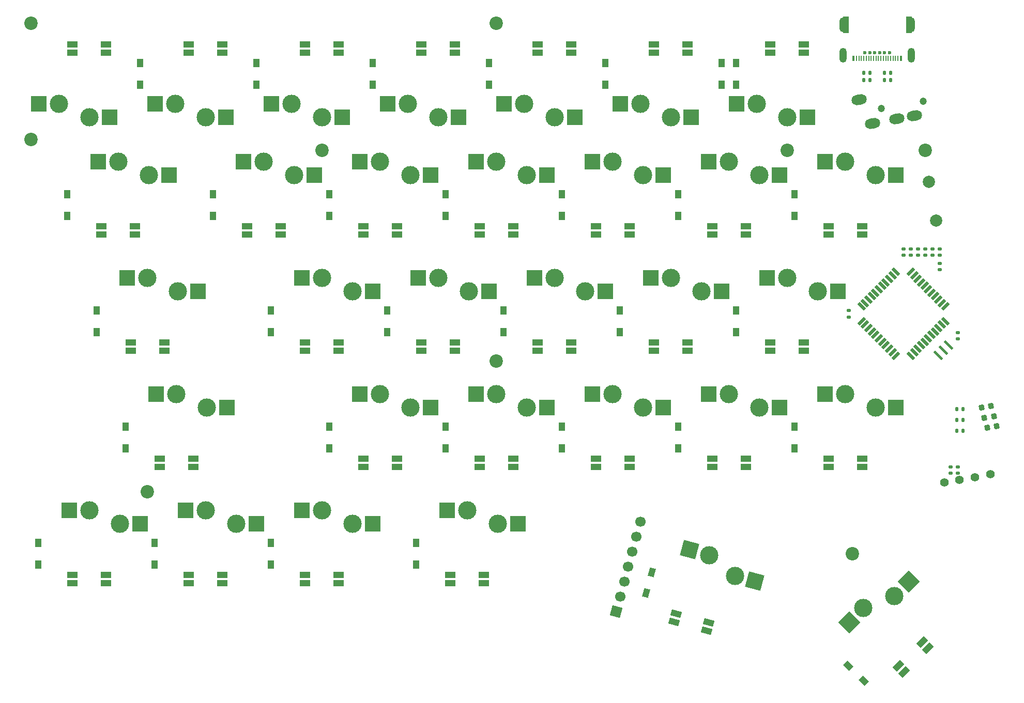
<source format=gbr>
G04 #@! TF.GenerationSoftware,KiCad,Pcbnew,(6.0.8)*
G04 #@! TF.CreationDate,2023-01-04T18:39:37+09:00*
G04 #@! TF.ProjectId,HatsuLight69_left.kicad_pcb,48617473-754c-4696-9768-7436395f6c65,0.1*
G04 #@! TF.SameCoordinates,Original*
G04 #@! TF.FileFunction,Soldermask,Bot*
G04 #@! TF.FilePolarity,Negative*
%FSLAX46Y46*%
G04 Gerber Fmt 4.6, Leading zero omitted, Abs format (unit mm)*
G04 Created by KiCad (PCBNEW (6.0.8)) date 2023-01-04 18:39:37*
%MOMM*%
%LPD*%
G01*
G04 APERTURE LIST*
G04 Aperture macros list*
%AMRoundRect*
0 Rectangle with rounded corners*
0 $1 Rounding radius*
0 $2 $3 $4 $5 $6 $7 $8 $9 X,Y pos of 4 corners*
0 Add a 4 corners polygon primitive as box body*
4,1,4,$2,$3,$4,$5,$6,$7,$8,$9,$2,$3,0*
0 Add four circle primitives for the rounded corners*
1,1,$1+$1,$2,$3*
1,1,$1+$1,$4,$5*
1,1,$1+$1,$6,$7*
1,1,$1+$1,$8,$9*
0 Add four rect primitives between the rounded corners*
20,1,$1+$1,$2,$3,$4,$5,0*
20,1,$1+$1,$4,$5,$6,$7,0*
20,1,$1+$1,$6,$7,$8,$9,0*
20,1,$1+$1,$8,$9,$2,$3,0*%
%AMHorizOval*
0 Thick line with rounded ends*
0 $1 width*
0 $2 $3 position (X,Y) of the first rounded end (center of the circle)*
0 $4 $5 position (X,Y) of the second rounded end (center of the circle)*
0 Add line between two ends*
20,1,$1,$2,$3,$4,$5,0*
0 Add two circle primitives to create the rounded ends*
1,1,$1,$2,$3*
1,1,$1,$4,$5*%
%AMRotRect*
0 Rectangle, with rotation*
0 The origin of the aperture is its center*
0 $1 length*
0 $2 width*
0 $3 Rotation angle, in degrees counterclockwise*
0 Add horizontal line*
21,1,$1,$2,0,0,$3*%
G04 Aperture macros list end*
%ADD10C,0.010000*%
%ADD11C,3.000000*%
%ADD12R,2.600000X2.600000*%
%ADD13RotRect,2.600000X2.600000X45.000000*%
%ADD14C,2.200000*%
%ADD15C,2.000000*%
%ADD16C,1.397000*%
%ADD17RotRect,2.600000X2.600000X345.000000*%
%ADD18C,1.200000*%
%ADD19HorizOval,1.700000X-0.393923X-0.069459X0.393923X0.069459X0*%
%ADD20R,1.000000X1.400000*%
%ADD21RoundRect,0.140000X0.170000X-0.140000X0.170000X0.140000X-0.170000X0.140000X-0.170000X-0.140000X0*%
%ADD22RoundRect,0.135000X0.135000X0.185000X-0.135000X0.185000X-0.135000X-0.185000X0.135000X-0.185000X0*%
%ADD23R,1.700000X1.000000*%
%ADD24RoundRect,0.218750X-0.170929X-0.290343X0.259924X-0.214371X0.170929X0.290343X-0.259924X0.214371X0*%
%ADD25R,0.230000X0.850000*%
%ADD26C,0.600000*%
%ADD27O,1.200000X2.400000*%
%ADD28R,0.460000X0.850000*%
%ADD29RoundRect,0.135000X0.185000X-0.135000X0.185000X0.135000X-0.185000X0.135000X-0.185000X-0.135000X0*%
%ADD30RotRect,1.700000X1.000000X165.000000*%
%ADD31RoundRect,0.135000X-0.185000X0.135000X-0.185000X-0.135000X0.185000X-0.135000X0.185000X0.135000X0*%
%ADD32RotRect,1.400000X1.000000X135.000000*%
%ADD33RotRect,0.400000X1.900000X45.000000*%
%ADD34RoundRect,0.135000X-0.135000X-0.185000X0.135000X-0.185000X0.135000X0.185000X-0.135000X0.185000X0*%
%ADD35RoundRect,0.140000X-0.170000X0.140000X-0.170000X-0.140000X0.170000X-0.140000X0.170000X0.140000X0*%
%ADD36RotRect,1.500000X0.550000X225.000000*%
%ADD37RotRect,1.500000X0.550000X135.000000*%
%ADD38RotRect,1.700000X1.000000X225.000000*%
%ADD39RotRect,1.400000X1.000000X75.000000*%
%ADD40RotRect,1.700000X1.700000X345.000000*%
%ADD41HorizOval,1.700000X0.000000X0.000000X0.000000X0.000000X0*%
G04 APERTURE END LIST*
G04 #@! TO.C,J1*
G36*
X183845000Y-33665732D02*
G01*
X182987810Y-33665732D01*
X182987810Y-31064062D01*
X183845000Y-31064062D01*
X183845000Y-33665732D01*
G37*
D10*
X183845000Y-33665732D02*
X182987810Y-33665732D01*
X182987810Y-31064062D01*
X183845000Y-31064062D01*
X183845000Y-33665732D01*
G36*
X194145000Y-33665732D02*
G01*
X193345110Y-33665732D01*
X193345110Y-31065702D01*
X194145000Y-31065702D01*
X194145000Y-33665732D01*
G37*
X194145000Y-33665732D02*
X193345110Y-33665732D01*
X193345110Y-31065702D01*
X194145000Y-31065702D01*
X194145000Y-33665732D01*
G04 #@! TD*
D11*
G04 #@! TO.C,SW6*
X135731300Y-47571910D03*
X130731300Y-45371910D03*
D12*
X127431300Y-45371910D03*
X139031300Y-47571910D03*
G04 #@! TD*
D11*
G04 #@! TO.C,SW33*
X191419289Y-126007581D03*
X186328120Y-127987480D03*
D13*
X193752741Y-123674129D03*
X183994668Y-130320932D03*
G04 #@! TD*
D14*
G04 #@! TO.C,*
X50006292Y-32146875D03*
G04 #@! TD*
D11*
G04 #@! TO.C,SW26*
X169306300Y-95121910D03*
X164306300Y-92921910D03*
D12*
X172606300Y-95121910D03*
X161006300Y-92921910D03*
G04 #@! TD*
D11*
G04 #@! TO.C,SW21*
X173831300Y-73871910D03*
X178831300Y-76071910D03*
D12*
X182131300Y-76071910D03*
X170531300Y-73871910D03*
G04 #@! TD*
D14*
G04 #@! TO.C,*
X196453290Y-52982857D03*
G04 #@! TD*
D11*
G04 #@! TO.C,SW20*
X154781300Y-73871910D03*
X159781300Y-76071910D03*
D12*
X163081300Y-76071910D03*
X151481300Y-73871910D03*
G04 #@! TD*
D11*
G04 #@! TO.C,SW28*
X64531300Y-114171910D03*
X59531300Y-111971910D03*
D12*
X67831300Y-114171910D03*
X56231300Y-111971910D03*
G04 #@! TD*
D14*
G04 #@! TO.C,*
X126206356Y-32146875D03*
G04 #@! TD*
D11*
G04 #@! TO.C,SW4*
X97631300Y-47571910D03*
X92631300Y-45371910D03*
D12*
X89331300Y-45371910D03*
X100931300Y-47571910D03*
G04 #@! TD*
D11*
G04 #@! TO.C,SW25*
X145256300Y-92921910D03*
X150256300Y-95121910D03*
D12*
X153556300Y-95121910D03*
X141956300Y-92921910D03*
G04 #@! TD*
D11*
G04 #@! TO.C,SW11*
X112156300Y-57021910D03*
X107156300Y-54821910D03*
D12*
X115456300Y-57021910D03*
X103856300Y-54821910D03*
G04 #@! TD*
D11*
G04 #@! TO.C,SW12*
X126206300Y-54821910D03*
X131206300Y-57021910D03*
D12*
X134506300Y-57021910D03*
X122906300Y-54821910D03*
G04 #@! TD*
D11*
G04 #@! TO.C,SW29*
X78581300Y-111971910D03*
X83581300Y-114171910D03*
D12*
X86881300Y-114171910D03*
X75281300Y-111971910D03*
G04 #@! TD*
D11*
G04 #@! TO.C,SW30*
X97631300Y-111971910D03*
X102631300Y-114171910D03*
D12*
X105931300Y-114171910D03*
X94331300Y-111971910D03*
G04 #@! TD*
D14*
G04 #@! TO.C,*
X50006292Y-51196875D03*
G04 #@! TD*
D11*
G04 #@! TO.C,SW2*
X54531300Y-45371910D03*
X59531300Y-47571910D03*
D12*
X51231300Y-45371910D03*
X62831300Y-47571910D03*
G04 #@! TD*
D14*
G04 #@! TO.C,*
X126206356Y-87511011D03*
G04 #@! TD*
D11*
G04 #@! TO.C,SW27*
X183356300Y-92921910D03*
X188356300Y-95121910D03*
D12*
X191656300Y-95121910D03*
X180056300Y-92921910D03*
G04 #@! TD*
D11*
G04 #@! TO.C,SW9*
X64293800Y-54821910D03*
X69293800Y-57021910D03*
D12*
X72593800Y-57021910D03*
X60993800Y-54821910D03*
G04 #@! TD*
D11*
G04 #@! TO.C,SW17*
X97631300Y-73871910D03*
X102631300Y-76071910D03*
D12*
X105931300Y-76071910D03*
X94331300Y-73871910D03*
G04 #@! TD*
D11*
G04 #@! TO.C,SW19*
X135731300Y-73871910D03*
X140731300Y-76071910D03*
D12*
X144031300Y-76071910D03*
X132431300Y-73871910D03*
G04 #@! TD*
D11*
G04 #@! TO.C,SW8*
X168831300Y-45371910D03*
X173831300Y-47571910D03*
D12*
X165531300Y-45371910D03*
X177131300Y-47571910D03*
G04 #@! TD*
D11*
G04 #@! TO.C,SW15*
X183356300Y-54821910D03*
X188356300Y-57021910D03*
D12*
X191656300Y-57021910D03*
X180056300Y-54821910D03*
G04 #@! TD*
D14*
G04 #@! TO.C,REF\u002A\u002A*
X97631332Y-52982857D03*
G04 #@! TD*
D11*
G04 #@! TO.C,SW10*
X93106300Y-57021910D03*
X88106300Y-54821910D03*
D12*
X96406300Y-57021910D03*
X84806300Y-54821910D03*
G04 #@! TD*
D15*
G04 #@! TO.C,SW1*
X197079659Y-58116694D03*
X198208373Y-64517944D03*
G04 #@! TD*
D11*
G04 #@! TO.C,SW16*
X69056300Y-73871910D03*
X74056300Y-76071910D03*
D12*
X77356300Y-76071910D03*
X65756300Y-73871910D03*
G04 #@! TD*
D16*
G04 #@! TO.C,J3*
X199589788Y-107419117D03*
X202091201Y-106978050D03*
X204592613Y-106536984D03*
X207094026Y-106095917D03*
G04 #@! TD*
D14*
G04 #@! TO.C,REF\u002A\u002A*
X69056308Y-108942279D03*
G04 #@! TD*
D11*
G04 #@! TO.C,SW13*
X145256300Y-54821910D03*
X150256300Y-57021910D03*
D12*
X153556300Y-57021910D03*
X141956300Y-54821910D03*
G04 #@! TD*
D11*
G04 #@! TO.C,SW24*
X131206300Y-95121910D03*
X126206300Y-92921910D03*
D12*
X134506300Y-95121910D03*
X122906300Y-92921910D03*
G04 #@! TD*
D11*
G04 #@! TO.C,SW7*
X154781300Y-47571910D03*
X149781300Y-45371910D03*
D12*
X146481300Y-45371910D03*
X158081300Y-47571910D03*
G04 #@! TD*
D11*
G04 #@! TO.C,SW3*
X78581300Y-47571910D03*
X73581300Y-45371910D03*
D12*
X70281300Y-45371910D03*
X81881300Y-47571910D03*
G04 #@! TD*
D11*
G04 #@! TO.C,SW22*
X78818812Y-95121910D03*
X73818812Y-92921910D03*
D12*
X82118812Y-95121910D03*
X70518812Y-92921910D03*
G04 #@! TD*
D11*
G04 #@! TO.C,SW32*
X165331060Y-122735830D03*
X161070832Y-119316698D03*
D17*
X168518615Y-123589933D03*
X157883277Y-118462595D03*
G04 #@! TD*
D11*
G04 #@! TO.C,SW18*
X121681300Y-76071910D03*
X116681300Y-73871910D03*
D12*
X124981300Y-76071910D03*
X113381300Y-73871910D03*
G04 #@! TD*
D11*
G04 #@! TO.C,SW5*
X116681300Y-47571910D03*
X111681300Y-45371910D03*
D12*
X108381300Y-45371910D03*
X119981300Y-47571910D03*
G04 #@! TD*
D14*
G04 #@! TO.C,REF\u002A\u002A*
X173831396Y-52982857D03*
G04 #@! TD*
D11*
G04 #@! TO.C,SW14*
X169306300Y-57021910D03*
X164306300Y-54821910D03*
D12*
X172606300Y-57021910D03*
X161006300Y-54821910D03*
G04 #@! TD*
D14*
G04 #@! TO.C,REF\u002A\u002A*
X184547030Y-119062600D03*
G04 #@! TD*
D11*
G04 #@! TO.C,SW31*
X126443800Y-114171910D03*
X121443800Y-111971910D03*
D12*
X129743800Y-114171910D03*
X118143800Y-111971910D03*
G04 #@! TD*
D11*
G04 #@! TO.C,SW23*
X112156300Y-95121910D03*
X107156300Y-92921910D03*
D12*
X115456300Y-95121910D03*
X103856300Y-92921910D03*
G04 #@! TD*
D18*
G04 #@! TO.C,J2*
X196136392Y-44934242D03*
X189242738Y-46149780D03*
D19*
X185628211Y-44654722D03*
X194728400Y-47314905D03*
X191773976Y-47835850D03*
X187834745Y-48530443D03*
G04 #@! TD*
D20*
G04 #@! TO.C,D33*
X113109570Y-120837680D03*
X113109570Y-117287680D03*
G04 #@! TD*
D21*
G04 #@! TO.C,C6*
X197644016Y-70131701D03*
X197644016Y-69171701D03*
G04 #@! TD*
D20*
G04 #@! TO.C,D8*
X144065846Y-42256364D03*
X144065846Y-38706364D03*
G04 #@! TD*
D22*
G04 #@! TO.C,R2*
X187438125Y-40243125D03*
X186418125Y-40243125D03*
G04 #@! TD*
D21*
G04 #@! TO.C,C7*
X198834642Y-70131701D03*
X198834642Y-69171701D03*
G04 #@! TD*
D23*
G04 #@! TO.C,D43*
X104406440Y-103479855D03*
X104406440Y-104879855D03*
X109906440Y-104879855D03*
X109906440Y-103479855D03*
G04 #@! TD*
D24*
G04 #@! TO.C,D3*
X206631339Y-98482373D03*
X208182411Y-98208877D03*
G04 #@! TD*
D23*
G04 #@! TO.C,D55*
X85356424Y-65379823D03*
X85356424Y-66779823D03*
X90856424Y-66779823D03*
X90856424Y-65379823D03*
G04 #@! TD*
D25*
G04 #@! TO.C,J1*
X186395000Y-37890732D03*
X186795000Y-37890732D03*
X187195000Y-37890732D03*
X187595000Y-37890732D03*
X187995000Y-37890732D03*
X188395000Y-37890732D03*
X188795000Y-37890732D03*
X189195000Y-37890732D03*
X189595000Y-37890732D03*
X189995000Y-37890732D03*
X190395000Y-37890732D03*
X190795000Y-37890732D03*
X191995000Y-37890732D03*
X191595000Y-37890732D03*
X191195000Y-37890732D03*
D26*
X190595000Y-36965732D03*
X189795000Y-36965732D03*
X188995000Y-36965732D03*
X188195000Y-36965732D03*
X187395000Y-36965732D03*
X186595000Y-36965732D03*
D25*
X185995000Y-37890732D03*
X185595000Y-37890732D03*
X185195000Y-37890732D03*
D27*
X183045000Y-37415732D03*
D28*
X184680000Y-37890732D03*
X192510000Y-37890732D03*
D27*
X194145000Y-37415732D03*
X183045000Y-32365732D03*
X194145000Y-32365732D03*
G04 #@! TD*
D23*
G04 #@! TO.C,D66*
X75831416Y-35614173D03*
X75831416Y-37014173D03*
X81331416Y-37014173D03*
X81331416Y-35614173D03*
G04 #@! TD*
D20*
G04 #@! TO.C,D10*
X165497114Y-42256364D03*
X165497114Y-38706364D03*
G04 #@! TD*
D29*
G04 #@! TO.C,R6*
X201811207Y-83853900D03*
X201811207Y-82833900D03*
G04 #@! TD*
D20*
G04 #@! TO.C,D17*
X175022122Y-63687632D03*
X175022122Y-60137632D03*
G04 #@! TD*
D23*
G04 #@! TO.C,D54*
X61543904Y-65379823D03*
X61543904Y-66779823D03*
X67043904Y-66779823D03*
X67043904Y-65379823D03*
G04 #@! TD*
D22*
G04 #@! TO.C,R8*
X202678125Y-97155000D03*
X201658125Y-97155000D03*
G04 #@! TD*
D30*
G04 #@! TO.C,D37*
X155671677Y-128930010D03*
X155309331Y-130282306D03*
X160621923Y-131705810D03*
X160984269Y-130353514D03*
G04 #@! TD*
D20*
G04 #@! TO.C,D24*
X65484530Y-101787664D03*
X65484530Y-98237664D03*
G04 #@! TD*
D31*
G04 #@! TO.C,R10*
X201811207Y-104860481D03*
X201811207Y-105880481D03*
G04 #@! TD*
D20*
G04 #@! TO.C,D14*
X117872074Y-63687632D03*
X117872074Y-60137632D03*
G04 #@! TD*
G04 #@! TO.C,D29*
X175022122Y-101787664D03*
X175022122Y-98237664D03*
G04 #@! TD*
G04 #@! TO.C,D20*
X108347066Y-82737648D03*
X108347066Y-79187648D03*
G04 #@! TD*
G04 #@! TO.C,D4*
X67865782Y-42256364D03*
X67865782Y-38706364D03*
G04 #@! TD*
G04 #@! TO.C,D28*
X155972106Y-101787664D03*
X155972106Y-98237664D03*
G04 #@! TD*
D23*
G04 #@! TO.C,D63*
X132981464Y-35614173D03*
X132981464Y-37014173D03*
X138481464Y-37014173D03*
X138481464Y-35614173D03*
G04 #@! TD*
D20*
G04 #@! TO.C,D26*
X117872074Y-101787664D03*
X117872074Y-98237664D03*
G04 #@! TD*
D32*
G04 #@! TO.C,D35*
X186397558Y-139963124D03*
X183887328Y-137452894D03*
G04 #@! TD*
D31*
G04 #@! TO.C,R11*
X200620581Y-104860481D03*
X200620581Y-105880481D03*
G04 #@! TD*
D23*
G04 #@! TO.C,D62*
X152031480Y-35614173D03*
X152031480Y-37014173D03*
X157531480Y-37014173D03*
X157531480Y-35614173D03*
G04 #@! TD*
G04 #@! TO.C,D41*
X56781400Y-122529871D03*
X56781400Y-123929871D03*
X62281400Y-123929871D03*
X62281400Y-122529871D03*
G04 #@! TD*
G04 #@! TO.C,D50*
X132981464Y-84429839D03*
X132981464Y-85829839D03*
X138481464Y-85829839D03*
X138481464Y-84429839D03*
G04 #@! TD*
G04 #@! TO.C,D67*
X56781400Y-35614173D03*
X56781400Y-37014173D03*
X62281400Y-37014173D03*
X62281400Y-35614173D03*
G04 #@! TD*
D20*
G04 #@! TO.C,D27*
X136922090Y-101787664D03*
X136922090Y-98237664D03*
G04 #@! TD*
G04 #@! TO.C,D15*
X136922090Y-63687632D03*
X136922090Y-60137632D03*
G04 #@! TD*
D33*
G04 #@! TO.C,X1*
X198581427Y-86573680D03*
X199429955Y-85725152D03*
X200278483Y-84876624D03*
G04 #@! TD*
D23*
G04 #@! TO.C,D59*
X161556488Y-65379823D03*
X161556488Y-66779823D03*
X167056488Y-66779823D03*
X167056488Y-65379823D03*
G04 #@! TD*
D29*
G04 #@! TO.C,R7*
X183951817Y-80282022D03*
X183951817Y-79262022D03*
G04 #@! TD*
D34*
G04 #@! TO.C,R4*
X189751875Y-40243125D03*
X190771875Y-40243125D03*
G04 #@! TD*
D35*
G04 #@! TO.C,C2*
X198834642Y-71552953D03*
X198834642Y-72512953D03*
G04 #@! TD*
D23*
G04 #@! TO.C,D39*
X94881432Y-122529871D03*
X94881432Y-123929871D03*
X100381432Y-123929871D03*
X100381432Y-122529871D03*
G04 #@! TD*
D20*
G04 #@! TO.C,D21*
X127397082Y-82737648D03*
X127397082Y-79187648D03*
G04 #@! TD*
D36*
G04 #@! TO.C,U1*
X194083594Y-72913086D03*
X194649279Y-73478772D03*
X195214964Y-74044457D03*
X195780650Y-74610142D03*
X196346335Y-75175828D03*
X196912021Y-75741513D03*
X197477706Y-76307199D03*
X198043392Y-76872884D03*
X198609077Y-77438570D03*
X199174762Y-78004255D03*
X199740448Y-78569940D03*
D37*
X199740448Y-80974104D03*
X199174762Y-81539789D03*
X198609077Y-82105474D03*
X198043392Y-82671160D03*
X197477706Y-83236845D03*
X196912021Y-83802531D03*
X196346335Y-84368216D03*
X195780650Y-84933902D03*
X195214964Y-85499587D03*
X194649279Y-86065272D03*
X194083594Y-86630958D03*
D36*
X191679430Y-86630958D03*
X191113745Y-86065272D03*
X190548060Y-85499587D03*
X189982374Y-84933902D03*
X189416689Y-84368216D03*
X188851003Y-83802531D03*
X188285318Y-83236845D03*
X187719632Y-82671160D03*
X187153947Y-82105474D03*
X186588262Y-81539789D03*
X186022576Y-80974104D03*
D37*
X186022576Y-78569940D03*
X186588262Y-78004255D03*
X187153947Y-77438570D03*
X187719632Y-76872884D03*
X188285318Y-76307199D03*
X188851003Y-75741513D03*
X189416689Y-75175828D03*
X189982374Y-74610142D03*
X190548060Y-74044457D03*
X191113745Y-73478772D03*
X191679430Y-72913086D03*
G04 #@! TD*
D20*
G04 #@! TO.C,D7*
X125015830Y-42256364D03*
X125015830Y-38706364D03*
G04 #@! TD*
G04 #@! TO.C,D31*
X70247034Y-120837680D03*
X70247034Y-117287680D03*
G04 #@! TD*
G04 #@! TO.C,D22*
X146447098Y-82737648D03*
X146447098Y-79187648D03*
G04 #@! TD*
G04 #@! TO.C,D19*
X89297050Y-82737648D03*
X89297050Y-79187648D03*
G04 #@! TD*
D23*
G04 #@! TO.C,D56*
X104406440Y-65379823D03*
X104406440Y-66779823D03*
X109906440Y-66779823D03*
X109906440Y-65379823D03*
G04 #@! TD*
G04 #@! TO.C,D58*
X142506472Y-65379823D03*
X142506472Y-66779823D03*
X148006472Y-66779823D03*
X148006472Y-65379823D03*
G04 #@! TD*
D20*
G04 #@! TO.C,D18*
X60722026Y-82737648D03*
X60722026Y-79187648D03*
G04 #@! TD*
D23*
G04 #@! TO.C,D47*
X180606504Y-103479855D03*
X180606504Y-104879855D03*
X186106504Y-104879855D03*
X186106504Y-103479855D03*
G04 #@! TD*
D20*
G04 #@! TO.C,D23*
X165497114Y-82737648D03*
X165497114Y-79187648D03*
G04 #@! TD*
D34*
G04 #@! TO.C,R3*
X189751875Y-41433750D03*
X190771875Y-41433750D03*
G04 #@! TD*
D20*
G04 #@! TO.C,D16*
X155972106Y-63687632D03*
X155972106Y-60137632D03*
G04 #@! TD*
G04 #@! TO.C,D25*
X98822058Y-101787664D03*
X98822058Y-98237664D03*
G04 #@! TD*
D23*
G04 #@! TO.C,D40*
X75831416Y-122529871D03*
X75831416Y-123929871D03*
X81331416Y-123929871D03*
X81331416Y-122529871D03*
G04 #@! TD*
D22*
G04 #@! TO.C,R5*
X202678125Y-95369061D03*
X201658125Y-95369061D03*
G04 #@! TD*
D23*
G04 #@! TO.C,D65*
X94881432Y-35614173D03*
X94881432Y-37014173D03*
X100381432Y-37014173D03*
X100381432Y-35614173D03*
G04 #@! TD*
D20*
G04 #@! TO.C,D32*
X89297050Y-120837680D03*
X89297050Y-117287680D03*
G04 #@! TD*
D38*
G04 #@! TO.C,D36*
X192029282Y-137482479D03*
X193019231Y-138472428D03*
X196908318Y-134583341D03*
X195918369Y-133593392D03*
G04 #@! TD*
D20*
G04 #@! TO.C,D12*
X79772042Y-63687632D03*
X79772042Y-60137632D03*
G04 #@! TD*
G04 #@! TO.C,D5*
X86915798Y-42256364D03*
X86915798Y-38706364D03*
G04 #@! TD*
D39*
G04 #@! TO.C,D34*
X150750198Y-125539702D03*
X151669006Y-122110666D03*
G04 #@! TD*
D21*
G04 #@! TO.C,C4*
X195262764Y-70131701D03*
X195262764Y-69171701D03*
G04 #@! TD*
D23*
G04 #@! TO.C,D46*
X161556488Y-103479855D03*
X161556488Y-104879855D03*
X167056488Y-104879855D03*
X167056488Y-103479855D03*
G04 #@! TD*
G04 #@! TO.C,D38*
X118693800Y-122529871D03*
X118693800Y-123929871D03*
X124193800Y-123929871D03*
X124193800Y-122529871D03*
G04 #@! TD*
G04 #@! TO.C,D45*
X142506472Y-103479855D03*
X142506472Y-104879855D03*
X148006472Y-104879855D03*
X148006472Y-103479855D03*
G04 #@! TD*
G04 #@! TO.C,D42*
X71068912Y-103479855D03*
X71068912Y-104879855D03*
X76568912Y-104879855D03*
X76568912Y-103479855D03*
G04 #@! TD*
D22*
G04 #@! TO.C,R1*
X187438125Y-41433750D03*
X186418125Y-41433750D03*
G04 #@! TD*
D23*
G04 #@! TO.C,D52*
X94881432Y-84429839D03*
X94881432Y-85829839D03*
X100381432Y-85829839D03*
X100381432Y-84429839D03*
G04 #@! TD*
D21*
G04 #@! TO.C,C1*
X192881512Y-70131701D03*
X192881512Y-69171701D03*
G04 #@! TD*
D23*
G04 #@! TO.C,D57*
X123456456Y-65379823D03*
X123456456Y-66779823D03*
X128956456Y-66779823D03*
X128956456Y-65379823D03*
G04 #@! TD*
G04 #@! TO.C,D48*
X171081496Y-84429839D03*
X171081496Y-85829839D03*
X176581496Y-85829839D03*
X176581496Y-84429839D03*
G04 #@! TD*
G04 #@! TO.C,D53*
X66306408Y-84429839D03*
X66306408Y-85829839D03*
X71806408Y-85829839D03*
X71806408Y-84429839D03*
G04 #@! TD*
D20*
G04 #@! TO.C,D13*
X98822058Y-63687632D03*
X98822058Y-60137632D03*
G04 #@! TD*
G04 #@! TO.C,D30*
X51197018Y-120837680D03*
X51197018Y-117287680D03*
G04 #@! TD*
D23*
G04 #@! TO.C,D61*
X171081496Y-35614173D03*
X171081496Y-37014173D03*
X176581496Y-37014173D03*
X176581496Y-35614173D03*
G04 #@! TD*
D24*
G04 #@! TO.C,D1*
X205678839Y-95148623D03*
X207229911Y-94875127D03*
G04 #@! TD*
D21*
G04 #@! TO.C,C3*
X194072138Y-70131701D03*
X194072138Y-69171701D03*
G04 #@! TD*
D23*
G04 #@! TO.C,D44*
X123456456Y-103479855D03*
X123456456Y-104879855D03*
X128956456Y-104879855D03*
X128956456Y-103479855D03*
G04 #@! TD*
D20*
G04 #@! TO.C,D11*
X55959522Y-63687632D03*
X55959522Y-60137632D03*
G04 #@! TD*
D21*
G04 #@! TO.C,C5*
X196453390Y-70131701D03*
X196453390Y-69171701D03*
G04 #@! TD*
D23*
G04 #@! TO.C,D51*
X113931448Y-84429839D03*
X113931448Y-85829839D03*
X119431448Y-85829839D03*
X119431448Y-84429839D03*
G04 #@! TD*
G04 #@! TO.C,D64*
X113931448Y-35614173D03*
X113931448Y-37014173D03*
X119431448Y-37014173D03*
X119431448Y-35614173D03*
G04 #@! TD*
D40*
G04 #@! TO.C,J4*
X145837183Y-128587500D03*
D41*
X146494583Y-126134048D03*
X147151984Y-123680597D03*
X147809384Y-121227145D03*
X148466784Y-118773694D03*
X149124185Y-116320242D03*
X149781585Y-113866790D03*
G04 #@! TD*
D24*
G04 #@! TO.C,D2*
X206155089Y-96815498D03*
X207706161Y-96542002D03*
G04 #@! TD*
D34*
G04 #@! TO.C,R9*
X201658125Y-98940939D03*
X202678125Y-98940939D03*
G04 #@! TD*
D20*
G04 #@! TO.C,D6*
X105965814Y-42256364D03*
X105965814Y-38706364D03*
G04 #@! TD*
G04 #@! TO.C,D9*
X163115862Y-42256364D03*
X163115862Y-38706364D03*
G04 #@! TD*
D23*
G04 #@! TO.C,D49*
X152031480Y-84429839D03*
X152031480Y-85829839D03*
X157531480Y-85829839D03*
X157531480Y-84429839D03*
G04 #@! TD*
G04 #@! TO.C,D60*
X180606504Y-65379823D03*
X180606504Y-66779823D03*
X186106504Y-66779823D03*
X186106504Y-65379823D03*
G04 #@! TD*
M02*

</source>
